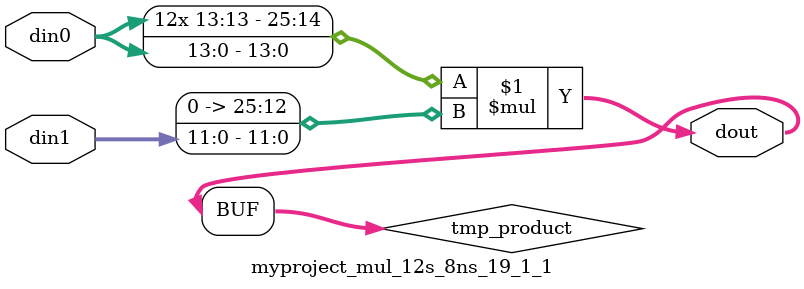
<source format=v>

`timescale 1 ns / 1 ps

 module myproject_mul_12s_8ns_19_1_1(din0, din1, dout);
parameter ID = 1;
parameter NUM_STAGE = 0;
parameter din0_WIDTH = 14;
parameter din1_WIDTH = 12;
parameter dout_WIDTH = 26;

input [din0_WIDTH - 1 : 0] din0; 
input [din1_WIDTH - 1 : 0] din1; 
output [dout_WIDTH - 1 : 0] dout;

wire signed [dout_WIDTH - 1 : 0] tmp_product;


























assign tmp_product = $signed(din0) * $signed({1'b0, din1});









assign dout = tmp_product;





















endmodule

</source>
